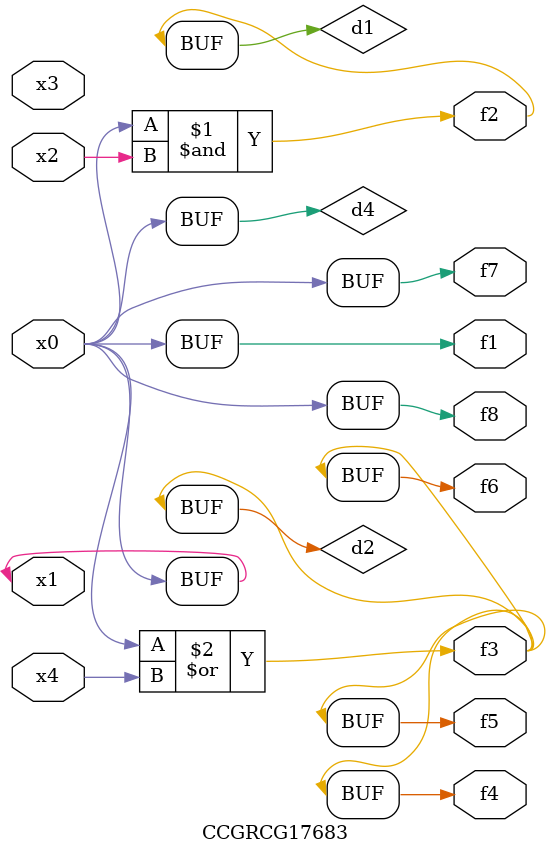
<source format=v>
module CCGRCG17683(
	input x0, x1, x2, x3, x4,
	output f1, f2, f3, f4, f5, f6, f7, f8
);

	wire d1, d2, d3, d4;

	and (d1, x0, x2);
	or (d2, x0, x4);
	nand (d3, x0, x2);
	buf (d4, x0, x1);
	assign f1 = d4;
	assign f2 = d1;
	assign f3 = d2;
	assign f4 = d2;
	assign f5 = d2;
	assign f6 = d2;
	assign f7 = d4;
	assign f8 = d4;
endmodule

</source>
